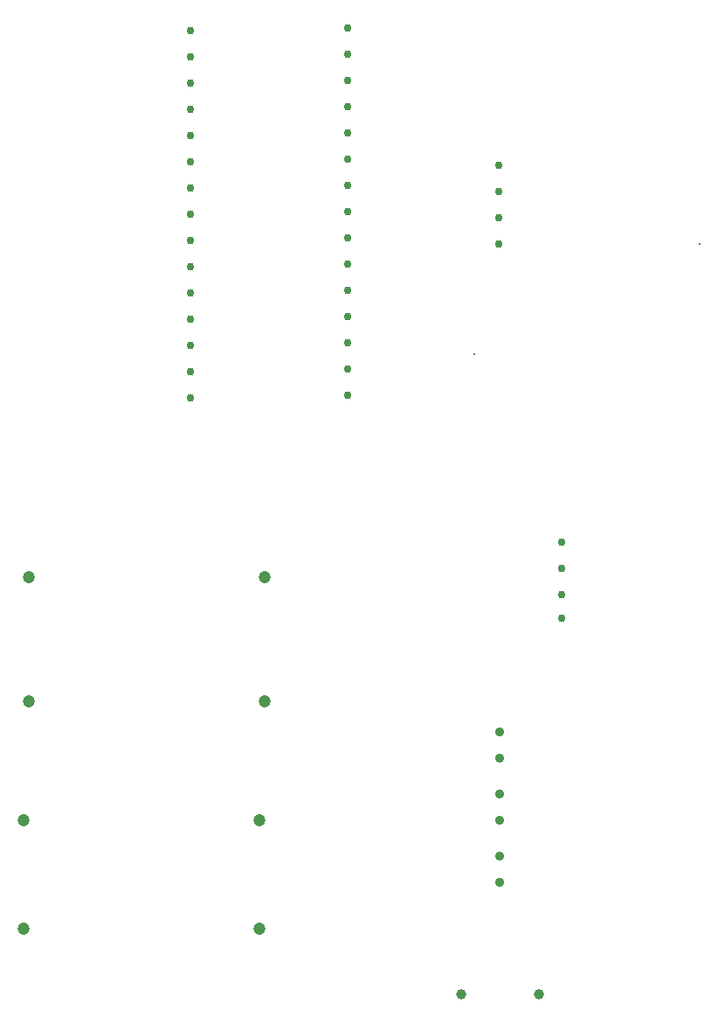
<source format=gbr>
%TF.GenerationSoftware,KiCad,Pcbnew,8.0.7*%
%TF.CreationDate,2024-12-23T22:21:55+05:30*%
%TF.ProjectId,PCB,5043422e-6b69-4636-9164-5f7063625858,rev?*%
%TF.SameCoordinates,Original*%
%TF.FileFunction,Plated,1,2,PTH,Drill*%
%TF.FilePolarity,Positive*%
%FSLAX46Y46*%
G04 Gerber Fmt 4.6, Leading zero omitted, Abs format (unit mm)*
G04 Created by KiCad (PCBNEW 8.0.7) date 2024-12-23 22:21:55*
%MOMM*%
%LPD*%
G01*
G04 APERTURE LIST*
%TA.AperFunction,ViaDrill*%
%ADD10C,0.300000*%
%TD*%
%TA.AperFunction,ComponentDrill*%
%ADD11C,0.762000*%
%TD*%
%TA.AperFunction,ComponentDrill*%
%ADD12C,0.900000*%
%TD*%
%TA.AperFunction,ComponentDrill*%
%ADD13C,1.000000*%
%TD*%
%TA.AperFunction,ComponentDrill*%
%ADD14C,1.200000*%
%TD*%
G04 APERTURE END LIST*
D10*
X160782000Y-79756000D03*
X182626000Y-69088000D03*
D11*
%TO.C,U1*%
X133260000Y-48414000D03*
X133260000Y-50954000D03*
X133260000Y-53494000D03*
X133260000Y-56034000D03*
X133260000Y-58574000D03*
X133260000Y-61114000D03*
X133260000Y-63654000D03*
X133260000Y-66194000D03*
X133260000Y-68734000D03*
X133260000Y-71274000D03*
X133260000Y-73814000D03*
X133260000Y-76354000D03*
X133260000Y-78894000D03*
X133260000Y-81434000D03*
X133260000Y-83974000D03*
X148500000Y-48160000D03*
X148500000Y-50700000D03*
X148500000Y-53240000D03*
X148500000Y-55780000D03*
X148500000Y-58320000D03*
X148500000Y-60860000D03*
X148500000Y-63400000D03*
X148500000Y-65940000D03*
X148500000Y-68480000D03*
X148500000Y-71020000D03*
X148500000Y-73560000D03*
X148500000Y-76100000D03*
X148500000Y-78640000D03*
X148500000Y-81180000D03*
X148500000Y-83720000D03*
%TO.C,U3*%
X163190000Y-61428000D03*
X163190000Y-63968000D03*
X163190000Y-66508000D03*
X163190000Y-69048000D03*
%TO.C,U2*%
X169318000Y-97928000D03*
X169318000Y-100468000D03*
X169318000Y-103008000D03*
X169318000Y-105294000D03*
D12*
%TO.C,D3*%
X163281000Y-116332000D03*
X163281000Y-118872000D03*
%TO.C,D2*%
X163281000Y-122342000D03*
X163281000Y-124882000D03*
%TO.C,D1*%
X163281000Y-128352000D03*
X163281000Y-130892000D03*
D13*
%TO.C,BZ1*%
X159522000Y-141732000D03*
X167122000Y-141732000D03*
D14*
%TO.C,R1*%
X117102000Y-124846000D03*
%TO.C,R4*%
X117102000Y-135346000D03*
%TO.C,R3*%
X117602000Y-101346000D03*
%TO.C,R2*%
X117602000Y-113346000D03*
%TO.C,R1*%
X139962000Y-124846000D03*
%TO.C,R4*%
X139962000Y-135346000D03*
%TO.C,R3*%
X140462000Y-101346000D03*
%TO.C,R2*%
X140462000Y-113346000D03*
M02*

</source>
